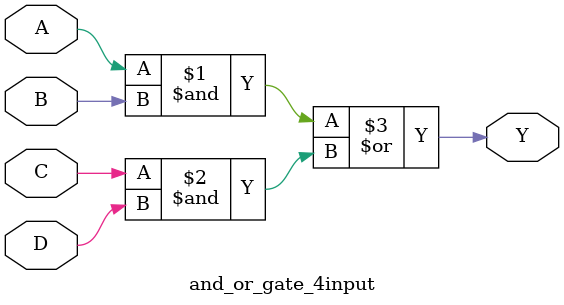
<source format=sv>
module and_or_gate_4input (
    input wire A, B, C, D,   // 四个输入
    output wire Y            // 输出Y
);
    assign Y = (A & B) | (C & D);  // 四输入与或组合
endmodule

</source>
